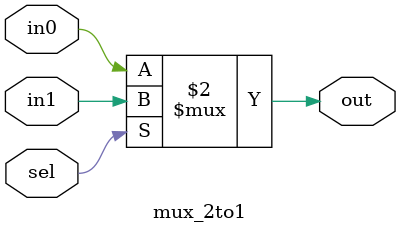
<source format=v>
module mux_2to1 ( in1, in0, out, sel );
  input in0, in1;  // input
  input sel;  // sel
  output out;  // out

  assign out = ( sel == 1'b1 ) ? in1 : in0;

endmodule
</source>
